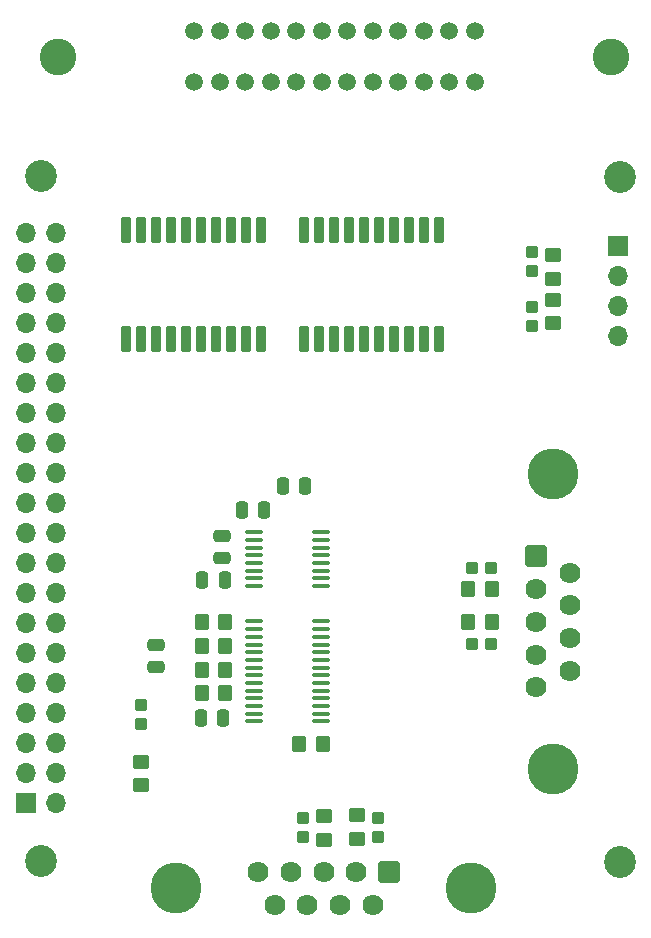
<source format=gbr>
%TF.GenerationSoftware,KiCad,Pcbnew,9.0.0*%
%TF.CreationDate,2025-03-08T15:00:36-07:00*%
%TF.ProjectId,Senior Capstone,53656e69-6f72-4204-9361-7073746f6e65,rev?*%
%TF.SameCoordinates,Original*%
%TF.FileFunction,Soldermask,Top*%
%TF.FilePolarity,Negative*%
%FSLAX46Y46*%
G04 Gerber Fmt 4.6, Leading zero omitted, Abs format (unit mm)*
G04 Created by KiCad (PCBNEW 9.0.0) date 2025-03-08 15:00:36*
%MOMM*%
%LPD*%
G01*
G04 APERTURE LIST*
G04 Aperture macros list*
%AMRoundRect*
0 Rectangle with rounded corners*
0 $1 Rounding radius*
0 $2 $3 $4 $5 $6 $7 $8 $9 X,Y pos of 4 corners*
0 Add a 4 corners polygon primitive as box body*
4,1,4,$2,$3,$4,$5,$6,$7,$8,$9,$2,$3,0*
0 Add four circle primitives for the rounded corners*
1,1,$1+$1,$2,$3*
1,1,$1+$1,$4,$5*
1,1,$1+$1,$6,$7*
1,1,$1+$1,$8,$9*
0 Add four rect primitives between the rounded corners*
20,1,$1+$1,$2,$3,$4,$5,0*
20,1,$1+$1,$4,$5,$6,$7,0*
20,1,$1+$1,$6,$7,$8,$9,0*
20,1,$1+$1,$8,$9,$2,$3,0*%
G04 Aperture macros list end*
%ADD10C,3.098800*%
%ADD11C,1.498600*%
%ADD12C,2.700000*%
%ADD13RoundRect,0.250000X-0.250000X-0.475000X0.250000X-0.475000X0.250000X0.475000X-0.250000X0.475000X0*%
%ADD14RoundRect,0.250000X-0.350000X-0.450000X0.350000X-0.450000X0.350000X0.450000X-0.350000X0.450000X0*%
%ADD15RoundRect,0.100000X-0.637500X-0.100000X0.637500X-0.100000X0.637500X0.100000X-0.637500X0.100000X0*%
%ADD16RoundRect,0.250000X0.250000X0.475000X-0.250000X0.475000X-0.250000X-0.475000X0.250000X-0.475000X0*%
%ADD17RoundRect,0.102000X0.400000X-0.400000X0.400000X0.400000X-0.400000X0.400000X-0.400000X-0.400000X0*%
%ADD18RoundRect,0.102000X0.787500X-0.787500X0.787500X0.787500X-0.787500X0.787500X-0.787500X-0.787500X0*%
%ADD19C,1.779000*%
%ADD20C,4.320000*%
%ADD21R,1.700000X1.700000*%
%ADD22O,1.700000X1.700000*%
%ADD23RoundRect,0.250000X0.450000X-0.350000X0.450000X0.350000X-0.450000X0.350000X-0.450000X-0.350000X0*%
%ADD24RoundRect,0.102000X-0.787500X-0.787500X0.787500X-0.787500X0.787500X0.787500X-0.787500X0.787500X0*%
%ADD25RoundRect,0.102000X-0.400000X0.400000X-0.400000X-0.400000X0.400000X-0.400000X0.400000X0.400000X0*%
%ADD26RoundRect,0.102000X0.400000X0.400000X-0.400000X0.400000X-0.400000X-0.400000X0.400000X-0.400000X0*%
%ADD27RoundRect,0.100500X-0.301500X1.031500X-0.301500X-1.031500X0.301500X-1.031500X0.301500X1.031500X0*%
%ADD28RoundRect,0.250000X-0.450000X0.350000X-0.450000X-0.350000X0.450000X-0.350000X0.450000X0.350000X0*%
%ADD29RoundRect,0.250000X0.350000X0.450000X-0.350000X0.450000X-0.350000X-0.450000X0.350000X-0.450000X0*%
%ADD30RoundRect,0.250000X0.475000X-0.250000X0.475000X0.250000X-0.475000X0.250000X-0.475000X-0.250000X0*%
%ADD31RoundRect,0.250000X-0.475000X0.250000X-0.475000X-0.250000X0.475000X-0.250000X0.475000X0.250000X0*%
G04 APERTURE END LIST*
D10*
%TO.C,J6*%
X94045104Y-54705001D03*
X47245096Y-54705001D03*
D11*
X82525099Y-56850000D03*
X80365101Y-56850000D03*
X78205100Y-56850000D03*
X76045099Y-56850000D03*
X73885101Y-56850000D03*
X71725100Y-56850000D03*
X69565100Y-56850000D03*
X67405099Y-56850000D03*
X65245101Y-56850000D03*
X63085100Y-56850000D03*
X60925099Y-56850000D03*
X58765101Y-56850000D03*
X82525099Y-52560001D03*
X80365101Y-52560001D03*
X78205100Y-52560001D03*
X76045099Y-52560001D03*
X73885101Y-52560001D03*
X71725100Y-52560001D03*
X69565100Y-52560001D03*
X67405099Y-52560001D03*
X65245101Y-52560001D03*
X63085100Y-52560001D03*
X60925099Y-52560001D03*
X58765101Y-52560001D03*
%TD*%
D12*
%TO.C,H4*%
X94800000Y-64900000D03*
%TD*%
%TO.C,H2*%
X45800000Y-64800000D03*
%TD*%
D13*
%TO.C,C6*%
X59325000Y-110700000D03*
X61225000Y-110700000D03*
%TD*%
D14*
%TO.C,R5*%
X59400000Y-108600000D03*
X61400000Y-108600000D03*
%TD*%
%TO.C,R2*%
X67675000Y-112875000D03*
X69675000Y-112875000D03*
%TD*%
D13*
%TO.C,C1*%
X62800000Y-93125000D03*
X64700000Y-93125000D03*
%TD*%
D14*
%TO.C,R3*%
X59400000Y-104600000D03*
X61400000Y-104600000D03*
%TD*%
D15*
%TO.C,U2*%
X63800000Y-102525000D03*
X63800000Y-103175000D03*
X63800000Y-103825000D03*
X63800000Y-104475000D03*
X63800000Y-105125000D03*
X63800000Y-105775000D03*
X63800000Y-106425000D03*
X63800000Y-107075000D03*
X63800000Y-107725000D03*
X63800000Y-108375000D03*
X63800000Y-109025000D03*
X63800000Y-109675000D03*
X63800000Y-110325000D03*
X63800000Y-110975000D03*
X69525000Y-110975000D03*
X69525000Y-110325000D03*
X69525000Y-109675000D03*
X69525000Y-109025000D03*
X69525000Y-108375000D03*
X69525000Y-107725000D03*
X69525000Y-107075000D03*
X69525000Y-106425000D03*
X69525000Y-105775000D03*
X69525000Y-105125000D03*
X69525000Y-104475000D03*
X69525000Y-103825000D03*
X69525000Y-103175000D03*
X69525000Y-102525000D03*
%TD*%
D13*
%TO.C,C4*%
X66275000Y-91075000D03*
X68175000Y-91075000D03*
%TD*%
D16*
%TO.C,C3*%
X61375000Y-99000000D03*
X59475000Y-99000000D03*
%TD*%
D17*
%TO.C,D4*%
X74350000Y-120750000D03*
X74350000Y-119150000D03*
%TD*%
D18*
%TO.C,J2*%
X87760000Y-97015000D03*
D19*
X87760000Y-99785000D03*
X87760000Y-102555000D03*
X87760000Y-105325000D03*
X87760000Y-108095000D03*
X90600000Y-98400000D03*
X90600000Y-101170000D03*
X90600000Y-103940000D03*
X90600000Y-106710000D03*
D20*
X89180000Y-115050000D03*
X89180000Y-90060000D03*
%TD*%
D21*
%TO.C,J4*%
X94700000Y-70700000D03*
D22*
X94700000Y-73240000D03*
X94700000Y-75780000D03*
X94700000Y-78320000D03*
%TD*%
D23*
%TO.C,R4*%
X54250000Y-116400000D03*
X54250000Y-114400000D03*
%TD*%
D12*
%TO.C,H3*%
X94800000Y-122900000D03*
%TD*%
D24*
%TO.C,J3*%
X75285750Y-123702500D03*
D19*
X72515750Y-123702500D03*
X69745750Y-123702500D03*
X66975750Y-123702500D03*
X64205750Y-123702500D03*
X73900750Y-126542500D03*
X71130750Y-126542500D03*
X68360750Y-126542500D03*
X65590750Y-126542500D03*
D20*
X57250750Y-125122500D03*
X82240750Y-125122500D03*
%TD*%
D25*
%TO.C,D7*%
X87370000Y-75910000D03*
X87370000Y-77510000D03*
%TD*%
D15*
%TO.C,U1*%
X63800000Y-94975000D03*
X63800000Y-95625000D03*
X63800000Y-96275000D03*
X63800000Y-96925000D03*
X63800000Y-97575000D03*
X63800000Y-98225000D03*
X63800000Y-98875000D03*
X63800000Y-99525000D03*
X69525000Y-99525000D03*
X69525000Y-98875000D03*
X69525000Y-98225000D03*
X69525000Y-97575000D03*
X69525000Y-96925000D03*
X69525000Y-96275000D03*
X69525000Y-95625000D03*
X69525000Y-94975000D03*
%TD*%
D26*
%TO.C,D2*%
X83900000Y-98000000D03*
X82300000Y-98000000D03*
%TD*%
D27*
%TO.C,U3*%
X79465000Y-69360000D03*
X78195000Y-69360000D03*
X76925000Y-69360000D03*
X75655000Y-69360000D03*
X74385000Y-69360000D03*
X73115000Y-69360000D03*
X71845000Y-69360000D03*
X70575000Y-69360000D03*
X69305000Y-69360000D03*
X68035000Y-69360000D03*
X68035000Y-78640000D03*
X69305000Y-78640000D03*
X70575000Y-78640000D03*
X71845000Y-78640000D03*
X73115000Y-78640000D03*
X74385000Y-78640000D03*
X75655000Y-78640000D03*
X76925000Y-78640000D03*
X78195000Y-78640000D03*
X79465000Y-78640000D03*
%TD*%
D28*
%TO.C,R12*%
X89170000Y-75280000D03*
X89170000Y-77280000D03*
%TD*%
D27*
%TO.C,U4*%
X64465000Y-69360000D03*
X63195000Y-69360000D03*
X61925000Y-69360000D03*
X60655000Y-69360000D03*
X59385000Y-69360000D03*
X58115000Y-69360000D03*
X56845000Y-69360000D03*
X55575000Y-69360000D03*
X54305000Y-69360000D03*
X53035000Y-69360000D03*
X53035000Y-78640000D03*
X54305000Y-78640000D03*
X55575000Y-78640000D03*
X56845000Y-78640000D03*
X58115000Y-78640000D03*
X59385000Y-78640000D03*
X60655000Y-78640000D03*
X61925000Y-78640000D03*
X63195000Y-78640000D03*
X64465000Y-78640000D03*
%TD*%
D17*
%TO.C,D5*%
X67950000Y-120800000D03*
X67950000Y-119200000D03*
%TD*%
D14*
%TO.C,R6*%
X59400000Y-106600000D03*
X61400000Y-106600000D03*
%TD*%
D23*
%TO.C,R10*%
X69750000Y-121000000D03*
X69750000Y-119000000D03*
%TD*%
D12*
%TO.C,H1*%
X45800000Y-122800000D03*
%TD*%
D25*
%TO.C,D1*%
X54250000Y-109600000D03*
X54250000Y-111200000D03*
%TD*%
D29*
%TO.C,R7*%
X84000000Y-99800000D03*
X82000000Y-99800000D03*
%TD*%
D26*
%TO.C,D3*%
X83900000Y-104400000D03*
X82300000Y-104400000D03*
%TD*%
D21*
%TO.C,J1*%
X44500000Y-117900000D03*
D22*
X47040000Y-117900000D03*
X44500000Y-115360000D03*
X47040000Y-115360000D03*
X44500000Y-112820000D03*
X47040000Y-112820000D03*
X44500000Y-110280000D03*
X47040000Y-110280000D03*
X44500000Y-107740000D03*
X47040000Y-107740000D03*
X44500000Y-105200000D03*
X47040000Y-105200000D03*
X44500000Y-102660000D03*
X47040000Y-102660000D03*
X44500000Y-100120000D03*
X47040000Y-100120000D03*
X44500000Y-97580000D03*
X47040000Y-97580000D03*
X44500000Y-95040000D03*
X47040000Y-95040000D03*
X44500000Y-92500000D03*
X47040000Y-92500000D03*
X44500000Y-89960000D03*
X47040000Y-89960000D03*
X44500000Y-87420000D03*
X47040000Y-87420000D03*
X44500000Y-84880000D03*
X47040000Y-84880000D03*
X44500000Y-82340000D03*
X47040000Y-82340000D03*
X44500000Y-79800000D03*
X47040000Y-79800000D03*
X44500000Y-77260000D03*
X47040000Y-77260000D03*
X44500000Y-74720000D03*
X47040000Y-74720000D03*
X44500000Y-72180000D03*
X47040000Y-72180000D03*
X44500000Y-69640000D03*
X47040000Y-69640000D03*
%TD*%
D29*
%TO.C,R8*%
X84000000Y-102600000D03*
X82000000Y-102600000D03*
%TD*%
D17*
%TO.C,D6*%
X87370000Y-72880000D03*
X87370000Y-71280000D03*
%TD*%
D23*
%TO.C,R9*%
X72550000Y-120950000D03*
X72550000Y-118950000D03*
%TD*%
D30*
%TO.C,C2*%
X61125000Y-97150000D03*
X61125000Y-95250000D03*
%TD*%
D14*
%TO.C,R1*%
X59400000Y-102600000D03*
X61400000Y-102600000D03*
%TD*%
D31*
%TO.C,C5*%
X55575000Y-104500000D03*
X55575000Y-106400000D03*
%TD*%
D23*
%TO.C,R11*%
X89170000Y-73500000D03*
X89170000Y-71500000D03*
%TD*%
M02*

</source>
